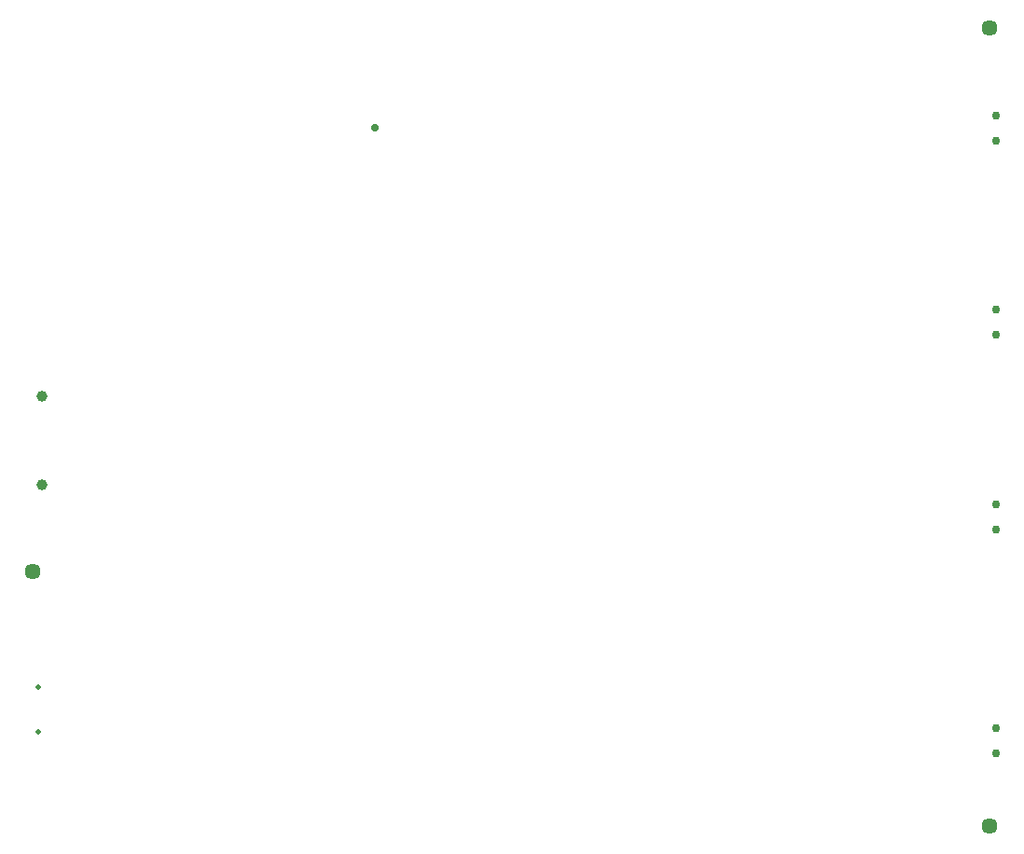
<source format=gts>
G04 #@! TF.GenerationSoftware,KiCad,Pcbnew,5.99.0-unknown-6b9e44e59c~128~ubuntu18.04.1*
G04 #@! TF.CreationDate,2021-08-18T13:21:18+05:30*
G04 #@! TF.ProjectId,paperd_ink_rev3,70617065-7264-45f6-996e-6b5f72657633,rev?*
G04 #@! TF.SameCoordinates,Original*
G04 #@! TF.FileFunction,Soldermask,Top*
G04 #@! TF.FilePolarity,Negative*
%FSLAX46Y46*%
G04 Gerber Fmt 4.6, Leading zero omitted, Abs format (unit mm)*
G04 Created by KiCad (PCBNEW 5.99.0-unknown-6b9e44e59c~128~ubuntu18.04.1) date 2021-08-18 13:21:18*
%MOMM*%
%LPD*%
G01*
G04 APERTURE LIST*
%ADD10C,1.000000*%
%ADD11C,0.500000*%
%ADD12C,0.700000*%
%ADD13C,1.448000*%
%ADD14C,0.750000*%
G04 APERTURE END LIST*
D10*
X105960000Y-97800000D03*
X105960000Y-105800000D03*
D11*
X105591000Y-128220000D03*
X105591000Y-124220000D03*
D12*
X136150000Y-73390000D03*
D13*
X105060000Y-113730000D03*
X191960000Y-64330000D03*
X191960000Y-136780000D03*
D14*
X192510000Y-107600000D03*
X192510000Y-109900000D03*
X192510000Y-127920000D03*
X192510000Y-130220000D03*
X192510000Y-72270000D03*
X192510000Y-74570000D03*
X192510000Y-92235000D03*
X192510000Y-89935000D03*
M02*

</source>
